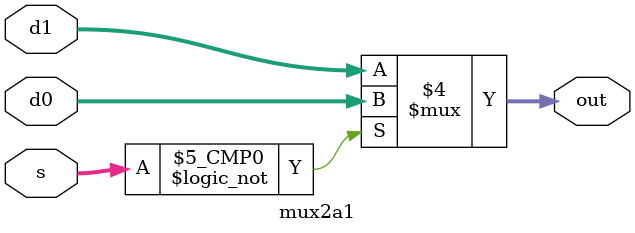
<source format=sv>
module mux2a1 #(parameter WIDTH = 4) (input logic [WIDTH-1:0] d0,d1,
													input logic [1:0] s,
													output [WIDTH-1:0] out);
													
	always_comb 
		case(s)
			2'd0: out = d0;
			2'd1: out = d1;
			default: out = d1;
		
		endcase

	
endmodule

</source>
